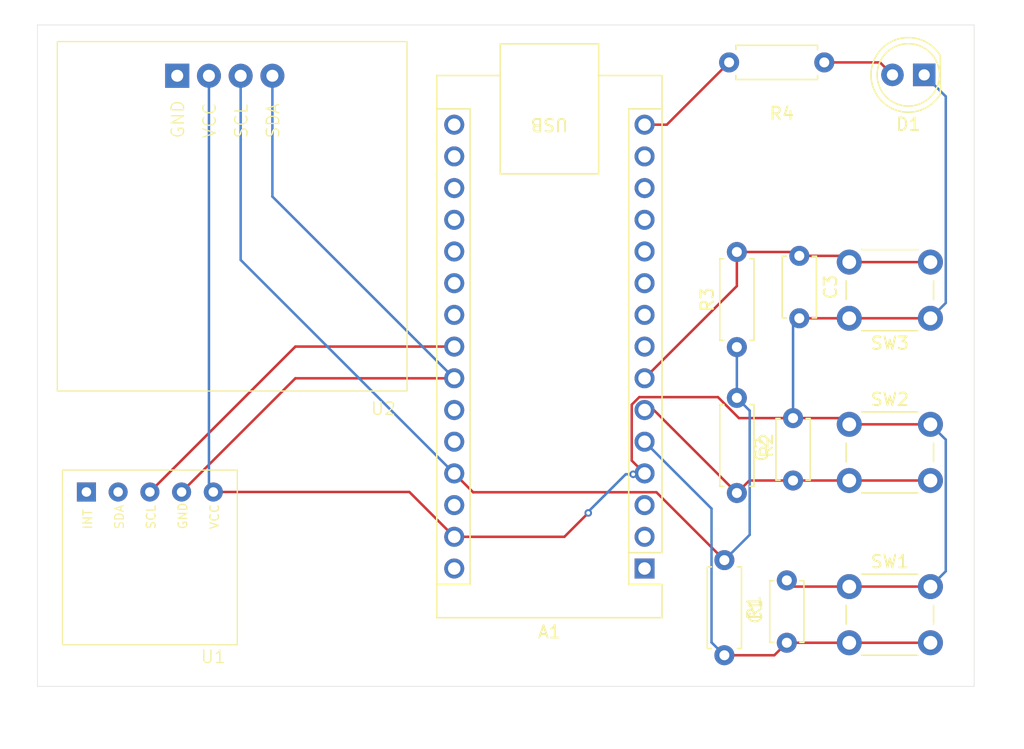
<source format=kicad_pcb>
(kicad_pcb (version 20241229) (generator "pcbnew") (generator_version "9.0")
  (layers (0 "F.Cu" signal "Front") (4 "In1.Cu" signal) (6 "In2.Cu" signal) (2 "B.Cu" signal "Back") (13 "F.Paste" user) (15 "B.Paste" user) (5 "F.SilkS" user) (7 "B.SilkS" user) (1 "F.Mask" user) (3 "B.Mask" user) (25 "Edge.Cuts" user))
  (net 0 "")
  (net 2 "Net-(A1-D12)")
  (net 4 "Net-(A1-A4)")
  (net 5 "Net-(A1-D4)")
  (net 11 "Net-(A1-D2)")
  (net 15 "GND")
  (net 20 "Net-(A1-A5)")
  (net 23 "+5V")
  (net 29 "Net-(A1-D3)")
  (net 30 "Net-(D1-A)")
  (footprint "Button_Switch_THT:SW_PUSH_6mm" (layer "F.Cu") (at 163.1 96.7 180)
    (property "Reference" "SW3" (at 3.25 -2 0) (layer "F.SilkS"))
    (property "Value" "SW_Push")
    (fp_line (start 6.75 3) (end 6.75 1.5) (stroke (width 0.12)) (layer "F.SilkS"))
    (fp_line (start 5.5 -1) (end 1 -1) (stroke (width 0.12)) (layer "F.SilkS"))
    (fp_line (start 1 5.5) (end 5.5 5.5) (stroke (width 0.12)) (layer "F.SilkS"))
    (fp_line (start -0.25 1.5) (end -0.25 3) (stroke (width 0.12)) (layer "F.SilkS"))
    (pad "1" thru_hole circle (at 0 0 270) (size 2 2) (drill 1.1) (layers "*.Cu" "*.Mask") (net 15 "GND"))
    (pad "1" thru_hole circle (at 6.5 0 270) (size 2 2) (drill 1.1) (layers "*.Cu" "*.Mask") (net 15 "GND"))
    (pad "2" thru_hole circle (at 0 4.5 270) (size 2 2) (drill 1.1) (layers "*.Cu" "*.Mask") (net 5 "Net-(A1-D4)"))
    (pad "2" thru_hole circle (at 6.5 4.5 270) (size 2 2) (drill 1.1) (layers "*.Cu" "*.Mask") (net 5 "Net-(A1-D4)"))
  )
  (footprint "Capacitor_THT:C_Disc_D4.7mm_W2.5mm_P5.00mm" (layer "F.Cu") (at 151.6 122.7 90)
    (property "Reference" "C1" (at 2.5 -2.5 90) (layer "F.SilkS"))
    (property "Value" "100n")
    (fp_line (start 4.97 -1.37) (end 4.97 -1.04) (stroke (width 0.12)) (layer "F.SilkS"))
    (fp_line (start 0.03 -1.37) (end 4.97 -1.37) (stroke (width 0.12)) (layer "F.SilkS"))
    (fp_line (start 0.03 -1.04) (end 0.03 -1.37) (stroke (width 0.12)) (layer "F.SilkS"))
    (fp_line (start 4.97 1.04) (end 4.97 1.37) (stroke (width 0.12)) (layer "F.SilkS"))
    (fp_line (start 4.97 1.37) (end 0.03 1.37) (stroke (width 0.12)) (layer "F.SilkS"))
    (fp_line (start 0.03 1.37) (end 0.03 1.04) (stroke (width 0.12)) (layer "F.SilkS"))
    (pad "1" thru_hole circle (at 0 0 90) (size 1.6 1.6) (drill 0.8) (layers "*.Cu" "*.Mask") (net 11 "Net-(A1-D2)"))
    (pad "2" thru_hole circle (at 5 0 90) (size 1.6 1.6) (drill 0.8) (layers "*.Cu" "*.Mask") (net 15 "GND"))
  )
  (footprint "Resistor_THT:R_Axial_DIN0207_L6.3mm_D2.5mm_P7.62mm_Horizontal" (layer "F.Cu") (at 147.6 99.01 90)
    (property "Reference" "R3" (at 3.81 -2.37 90) (layer "F.SilkS"))
    (property "Value" "1k")
    (fp_line (start 7.08 -1.37) (end 7.08 -1.04) (stroke (width 0.12)) (layer "F.SilkS"))
    (fp_line (start 0.54 -1.37) (end 7.08 -1.37) (stroke (width 0.12)) (layer "F.SilkS"))
    (fp_line (start 0.54 -1.04) (end 0.54 -1.37) (stroke (width 0.12)) (layer "F.SilkS"))
    (fp_line (start 0.54 1.04) (end 0.54 1.37) (stroke (width 0.12)) (layer "F.SilkS"))
    (fp_line (start 7.08 1.37) (end 7.08 1.04) (stroke (width 0.12)) (layer "F.SilkS"))
    (fp_line (start 0.54 1.37) (end 7.08 1.37) (stroke (width 0.12)) (layer "F.SilkS"))
    (pad "1" thru_hole circle (at 0 0 90) (size 1.6 1.6) (drill 0.8) (layers "*.Cu" "*.Mask") (net 23 "+5V"))
    (pad "2" thru_hole circle (at 7.62 0 90) (size 1.6 1.6) (drill 0.8) (layers "*.Cu" "*.Mask") (net 5 "Net-(A1-D4)"))
  )
  (footprint "Capacitor_THT:C_Disc_D4.7mm_W2.5mm_P5.00mm" (layer "F.Cu") (at 152.1 109.7 90)
    (property "Reference" "C2" (at 2.5 -2.5 90) (layer "F.SilkS"))
    (property "Value" "100n")
    (fp_line (start 4.97 -1.37) (end 4.97 -1.04) (stroke (width 0.12)) (layer "F.SilkS"))
    (fp_line (start 0.03 -1.37) (end 4.97 -1.37) (stroke (width 0.12)) (layer "F.SilkS"))
    (fp_line (start 0.03 -1.04) (end 0.03 -1.37) (stroke (width 0.12)) (layer "F.SilkS"))
    (fp_line (start 4.97 1.04) (end 4.97 1.37) (stroke (width 0.12)) (layer "F.SilkS"))
    (fp_line (start 4.97 1.37) (end 0.03 1.37) (stroke (width 0.12)) (layer "F.SilkS"))
    (fp_line (start 0.03 1.37) (end 0.03 1.04) (stroke (width 0.12)) (layer "F.SilkS"))
    (pad "1" thru_hole circle (at 0 0 90) (size 1.6 1.6) (drill 0.8) (layers "*.Cu" "*.Mask") (net 29 "Net-(A1-D3)"))
    (pad "2" thru_hole circle (at 5 0 90) (size 1.6 1.6) (drill 0.8) (layers "*.Cu" "*.Mask") (net 15 "GND"))
  )
  (footprint "Resistor_THT:R_Axial_DIN0207_L6.3mm_D2.5mm_P7.62mm_Horizontal" (layer "F.Cu") (at 146.98 76.2)
    (property "Reference" "R4" (at 4.22 4.1 0) (layer "F.SilkS"))
    (property "Value" "1k")
    (fp_line (start 0.54 -1.37) (end 7.08 -1.37) (stroke (width 0.12)) (layer "F.SilkS"))
    (fp_line (start 0.54 -1.04) (end 0.54 -1.37) (stroke (width 0.12)) (layer "F.SilkS"))
    (fp_line (start 0.54 1.04) (end 0.54 1.37) (stroke (width 0.12)) (layer "F.SilkS"))
    (fp_line (start 0.54 1.37) (end 7.08 1.37) (stroke (width 0.12)) (layer "F.SilkS"))
    (fp_line (start 7.08 -1.37) (end 7.08 -1.04) (stroke (width 0.12)) (layer "F.SilkS"))
    (fp_line (start 7.08 1.37) (end 7.08 1.04) (stroke (width 0.12)) (layer "F.SilkS"))
    (pad "1" thru_hole circle (at 0 0) (size 1.6 1.6) (drill 0.8) (layers "*.Cu" "*.Mask") (net 2 "Net-(A1-D12)"))
    (pad "2" thru_hole circle (at 7.62 0) (size 1.6 1.6) (drill 0.8) (layers "*.Cu" "*.Mask") (net 30 "Net-(D1-A)"))
  )
  (footprint "Button_Switch_THT:SW_PUSH_6mm" (layer "F.Cu") (at 156.6 118.2)
    (property "Reference" "SW1" (at 3.25 -2 0) (layer "F.SilkS"))
    (property "Value" "SW_Push")
    (fp_line (start -0.25 1.5) (end -0.25 3) (stroke (width 0.12)) (layer "F.SilkS"))
    (fp_line (start 1 5.5) (end 5.5 5.5) (stroke (width 0.12)) (layer "F.SilkS"))
    (fp_line (start 5.5 -1) (end 1 -1) (stroke (width 0.12)) (layer "F.SilkS"))
    (fp_line (start 6.75 3) (end 6.75 1.5) (stroke (width 0.12)) (layer "F.SilkS"))
    (pad "1" thru_hole circle (at 0 0 90) (size 2 2) (drill 1.1) (layers "*.Cu" "*.Mask") (net 15 "GND"))
    (pad "1" thru_hole circle (at 6.5 0 90) (size 2 2) (drill 1.1) (layers "*.Cu" "*.Mask") (net 15 "GND"))
    (pad "2" thru_hole circle (at 0 4.5 90) (size 2 2) (drill 1.1) (layers "*.Cu" "*.Mask") (net 11 "Net-(A1-D2)"))
    (pad "2" thru_hole circle (at 6.5 4.5 90) (size 2 2) (drill 1.1) (layers "*.Cu" "*.Mask") (net 11 "Net-(A1-D2)"))
  )
  (footprint "spo2_stuff:MAX3012-MOD" (layer "F.Cu") (at 100.6 115.7)
    (property "Reference" "U1" (at 5.08 8.128 0) (layer "F.SilkS") (effects (font (thickness 0.1))))
    (property "Value" "MAX3012")
    (fp_line (start -7 -6.837202) (end 7 -6.837202) (stroke (width 0.1)) (layer "F.SilkS"))
    (fp_line (start -7 7.162798) (end -7 -6.837202) (stroke (width 0.1)) (layer "F.SilkS"))
    (fp_line (start 7 -6.837202) (end 7 7.162798) (stroke (width 0.1)) (layer "F.SilkS"))
    (fp_line (start 7 7.162798) (end -7 7.162798) (stroke (width 0.1)) (layer "F.SilkS"))
    (fp_text user "INT" (at -4.572 -2.032 90) (layer "F.SilkS") (effects (font (size 0.7 0.7) (thickness 0.1)) (justify left bottom)))
    (fp_text user "SDA" (at -2.032 -2.032 90) (layer "F.SilkS") (effects (font (size 0.7 0.7) (thickness 0.0875)) (justify left bottom)))
    (fp_text user "VCC" (at 5.588 -2.032 90) (layer "F.SilkS") (effects (font (size 0.7 0.7) (thickness 0.1)) (justify left bottom)))
    (fp_text user "GND" (at 3.048 -2.032 90) (layer "F.SilkS") (effects (font (size 0.7 0.7) (thickness 0.1)) (justify left bottom)))
    (fp_text user "SCL" (at 0.508 -2.032 90) (layer "F.SilkS") (effects (font (size 0.7 0.7) (thickness 0.1)) (justify left bottom)))
    (pad "0" thru_hole rect (at -5.08 -5.08) (size 1.524 1.524) (drill 0.762) (layers "*.Cu" "*.Mask"))
    (pad "1" thru_hole circle (at -2.54 -5.08) (size 1.524 1.524) (drill 0.762) (layers "*.Cu" "*.Mask"))
    (pad "2" thru_hole circle (at 0 -5.08) (size 1.524 1.524) (drill 0.762) (layers "*.Cu" "*.Mask") (net 4 "Net-(A1-A4)"))
    (pad "3" thru_hole circle (at 2.54 -5.08) (size 1.524 1.524) (drill 0.762) (layers "*.Cu" "*.Mask") (net 20 "Net-(A1-A5)"))
    (pad "4" thru_hole circle (at 5.08 -5.08) (size 1.524 1.524) (drill 0.762) (layers "*.Cu" "*.Mask") (net 15 "GND"))
  )
  (footprint "Resistor_THT:R_Axial_DIN0207_L6.3mm_D2.5mm_P7.62mm_Horizontal" (layer "F.Cu") (at 147.6 103.08 -90)
    (property "Reference" "R2" (at 3.81 -2.37 90) (layer "F.SilkS"))
    (property "Value" "1k")
    (fp_line (start 0.54 1.37) (end 7.08 1.37) (stroke (width 0.12)) (layer "F.SilkS"))
    (fp_line (start 7.08 1.37) (end 7.08 1.04) (stroke (width 0.12)) (layer "F.SilkS"))
    (fp_line (start 0.54 1.04) (end 0.54 1.37) (stroke (width 0.12)) (layer "F.SilkS"))
    (fp_line (start 0.54 -1.04) (end 0.54 -1.37) (stroke (width 0.12)) (layer "F.SilkS"))
    (fp_line (start 0.54 -1.37) (end 7.08 -1.37) (stroke (width 0.12)) (layer "F.SilkS"))
    (fp_line (start 7.08 -1.37) (end 7.08 -1.04) (stroke (width 0.12)) (layer "F.SilkS"))
    (pad "1" thru_hole circle (at 0 0 270) (size 1.6 1.6) (drill 0.8) (layers "*.Cu" "*.Mask") (net 23 "+5V"))
    (pad "2" thru_hole circle (at 7.62 0 270) (size 1.6 1.6) (drill 0.8) (layers "*.Cu" "*.Mask") (net 29 "Net-(A1-D3)"))
  )
  (footprint "Module:Arduino_Nano" (layer "F.Cu") (at 140.21 116.75 180)
    (property "Reference" "A1" (at 7.62 -5.08 0) (layer "F.SilkS"))
    (property "Value" "Arduino_Nano_v3.x")
    (fp_line (start 16.64 39.5) (end 16.64 -3.94) (stroke (width 0.12)) (layer "F.SilkS"))
    (fp_line (start 16.64 39.5) (end 11.56 39.5) (stroke (width 0.12)) (layer "F.SilkS"))
    (fp_line (start 16.64 -3.94) (end -1.4 -3.94) (stroke (width 0.12)) (layer "F.SilkS"))
    (fp_line (start 13.97 36.83) (end 16.64 36.83) (stroke (width 0.12)) (layer "F.SilkS"))
    (fp_line (start 13.97 -1.27) (end 16.64 -1.27) (stroke (width 0.12)) (layer "F.SilkS"))
    (fp_line (start 13.97 -1.27) (end 13.97 36.83) (stroke (width 0.12)) (layer "F.SilkS"))
    (fp_line (start 11.56 42.04) (end 3.68 42.04) (stroke (width 0.12)) (layer "F.SilkS"))
    (fp_line (start 11.56 31.62) (end 11.56 42.04) (stroke (width 0.12)) (layer "F.SilkS"))
    (fp_line (start 3.68 42.04) (end 3.68 31.62) (stroke (width 0.12)) (layer "F.SilkS"))
    (fp_line (start 3.68 31.62) (end 11.56 31.62) (stroke (width 0.12)) (layer "F.SilkS"))
    (fp_line (start 1.27 36.83) (end -1.4 36.83) (stroke (width 0.12)) (layer "F.SilkS"))
    (fp_line (start 1.27 1.27) (end 1.27 36.83) (stroke (width 0.12)) (layer "F.SilkS"))
    (fp_line (start 1.27 1.27) (end 1.27 -1.27) (stroke (width 0.12)) (layer "F.SilkS"))
    (fp_line (start 1.27 1.27) (end -1.4 1.27) (stroke (width 0.12)) (layer "F.SilkS"))
    (fp_line (start 1.27 -1.27) (end -1.4 -1.27) (stroke (width 0.12)) (layer "F.SilkS"))
    (fp_line (start -1.4 39.5) (end 3.68 39.5) (stroke (width 0.12)) (layer "F.SilkS"))
    (fp_line (start -1.4 1.27) (end -1.4 39.5) (stroke (width 0.12)) (layer "F.SilkS"))
    (fp_line (start -1.4 -3.94) (end -1.4 -1.27) (stroke (width 0.12)) (layer "F.SilkS"))
    (fp_text user "USB" (at 7.62 35.56 180) (layer "F.SilkS"))
    (pad "1" thru_hole rect (at 0 0 180) (size 1.6 1.6) (drill 1) (layers "*.Cu" "*.Mask"))
    (pad "2" thru_hole oval (at 0 2.54 180) (size 1.6 1.6) (drill 1) (layers "*.Cu" "*.Mask"))
    (pad "3" thru_hole oval (at 0 5.08 180) (size 1.6 1.6) (drill 1) (layers "*.Cu" "*.Mask"))
    (pad "4" thru_hole oval (at 0 7.62 180) (size 1.6 1.6) (drill 1) (layers "*.Cu" "*.Mask") (net 15 "GND"))
    (pad "5" thru_hole oval (at 0 10.16 180) (size 1.6 1.6) (drill 1) (layers "*.Cu" "*.Mask") (net 11 "Net-(A1-D2)"))
    (pad "6" thru_hole oval (at 0 12.7 180) (size 1.6 1.6) (drill 1) (layers "*.Cu" "*.Mask") (net 29 "Net-(A1-D3)"))
    (pad "7" thru_hole oval (at 0 15.24 180) (size 1.6 1.6) (drill 1) (layers "*.Cu" "*.Mask") (net 5 "Net-(A1-D4)"))
    (pad "8" thru_hole oval (at 0 17.78 180) (size 1.6 1.6) (drill 1) (layers "*.Cu" "*.Mask"))
    (pad "9" thru_hole oval (at 0 20.32 180) (size 1.6 1.6) (drill 1) (layers "*.Cu" "*.Mask"))
    (pad "10" thru_hole oval (at 0 22.86 180) (size 1.6 1.6) (drill 1) (layers "*.Cu" "*.Mask"))
    (pad "11" thru_hole oval (at 0 25.4 180) (size 1.6 1.6) (drill 1) (layers "*.Cu" "*.Mask"))
    (pad "12" thru_hole oval (at 0 27.94 180) (size 1.6 1.6) (drill 1) (layers "*.Cu" "*.Mask"))
    (pad "13" thru_hole oval (at 0 30.48 180) (size 1.6 1.6) (drill 1) (layers "*.Cu" "*.Mask"))
    (pad "14" thru_hole oval (at 0 33.02 180) (size 1.6 1.6) (drill 1) (layers "*.Cu" "*.Mask"))
    (pad "15" thru_hole oval (at 0 35.56 180) (size 1.6 1.6) (drill 1) (layers "*.Cu" "*.Mask") (net 2 "Net-(A1-D12)"))
    (pad "16" thru_hole oval (at 15.24 35.56 180) (size 1.6 1.6) (drill 1) (layers "*.Cu" "*.Mask"))
    (pad "17" thru_hole oval (at 15.24 33.02 180) (size 1.6 1.6) (drill 1) (layers "*.Cu" "*.Mask"))
    (pad "18" thru_hole oval (at 15.24 30.48 180) (size 1.6 1.6) (drill 1) (layers "*.Cu" "*.Mask"))
    (pad "19" thru_hole oval (at 15.24 27.94 180) (size 1.6 1.6) (drill 1) (layers "*.Cu" "*.Mask"))
    (pad "20" thru_hole oval (at 15.24 25.4 180) (size 1.6 1.6) (drill 1) (layers "*.Cu" "*.Mask"))
    (pad "21" thru_hole oval (at 15.24 22.86 180) (size 1.6 1.6) (drill 1) (layers "*.Cu" "*.Mask"))
    (pad "22" thru_hole oval (at 15.24 20.32 180) (size 1.6 1.6) (drill 1) (layers "*.Cu" "*.Mask"))
    (pad "23" thru_hole oval (at 15.24 17.78 180) (size 1.6 1.6) (drill 1) (layers "*.Cu" "*.Mask") (net 4 "Net-(A1-A4)"))
    (pad "24" thru_hole oval (at 15.24 15.24 180) (size 1.6 1.6) (drill 1) (layers "*.Cu" "*.Mask") (net 20 "Net-(A1-A5)"))
    (pad "25" thru_hole oval (at 15.24 12.7 180) (size 1.6 1.6) (drill 1) (layers "*.Cu" "*.Mask"))
    (pad "26" thru_hole oval (at 15.24 10.16 180) (size 1.6 1.6) (drill 1) (layers "*.Cu" "*.Mask"))
    (pad "27" thru_hole oval (at 15.24 7.62 180) (size 1.6 1.6) (drill 1) (layers "*.Cu" "*.Mask") (net 23 "+5V"))
    (pad "28" thru_hole oval (at 15.24 5.08 180) (size 1.6 1.6) (drill 1) (layers "*.Cu" "*.Mask"))
    (pad "29" thru_hole oval (at 15.24 2.54 180) (size 1.6 1.6) (drill 1) (layers "*.Cu" "*.Mask") (net 15 "GND"))
    (pad "30" thru_hole oval (at 15.24 0 180) (size 1.6 1.6) (drill 1) (layers "*.Cu" "*.Mask"))
  )
  (footprint "LED_THT:LED_D5.0mm" (layer "F.Cu") (at 162.6 77.2 180)
    (property "Reference" "D1" (at 1.27 -3.96 0) (layer "F.SilkS"))
    (property "Value" "LED")
    (fp_line (start -1.29 -1.545) (end -1.29 1.545) (stroke (width 0.12)) (layer "F.SilkS"))
    (fp_arc (start 4.26 0) (mid 2.071779 2.880495) (end -1.29 1.54483) (stroke (width 0.12)) (layer "F.SilkS"))
    (fp_arc (start -1.29 -1.54483) (mid 2.071779 -2.880495) (end 4.26 0) (stroke (width 0.12)) (layer "F.SilkS"))
    (fp_circle (center 1.27 0) (end 3.77 0) (stroke (width 0.12)) (fill no) (layer "F.SilkS"))
    (pad "1" thru_hole rect (at 0 0 180) (size 1.8 1.8) (drill 0.9) (layers "*.Cu" "*.Mask") (net 15 "GND"))
    (pad "2" thru_hole circle (at 2.54 0 180) (size 1.8 1.8) (drill 0.9) (layers "*.Cu" "*.Mask") (net 30 "Net-(D1-A)"))
  )
  (footprint "Resistor_THT:R_Axial_DIN0207_L6.3mm_D2.5mm_P7.62mm_Horizontal" (layer "F.Cu") (at 146.6 116.08 -90)
    (property "Reference" "R1" (at 3.81 -2.37 90) (layer "F.SilkS"))
    (property "Value" "1k")
    (fp_line (start 0.54 1.37) (end 7.08 1.37) (stroke (width 0.12)) (layer "F.SilkS"))
    (fp_line (start 7.08 1.37) (end 7.08 1.04) (stroke (width 0.12)) (layer "F.SilkS"))
    (fp_line (start 0.54 1.04) (end 0.54 1.37) (stroke (width 0.12)) (layer "F.SilkS"))
    (fp_line (start 0.54 -1.04) (end 0.54 -1.37) (stroke (width 0.12)) (layer "F.SilkS"))
    (fp_line (start 0.54 -1.37) (end 7.08 -1.37) (stroke (width 0.12)) (layer "F.SilkS"))
    (fp_line (start 7.08 -1.37) (end 7.08 -1.04) (stroke (width 0.12)) (layer "F.SilkS"))
    (pad "1" thru_hole circle (at 0 0 270) (size 1.6 1.6) (drill 0.8) (layers "*.Cu" "*.Mask") (net 23 "+5V"))
    (pad "2" thru_hole circle (at 7.62 0 270) (size 1.6 1.6) (drill 0.8) (layers "*.Cu" "*.Mask") (net 11 "Net-(A1-D2)"))
  )
  (footprint "spo2_stuff:SSD1306" (layer "F.Cu") (at 106.6 88.7)
    (property "Reference" "U2" (at 12.7 15.24 0) (layer "F.SilkS") (effects (font (thickness 0.1))))
    (property "Value" "SSD1306")
    (fp_line (start -13.41 -14.17) (end 14.59 -14.17) (stroke (width 0.1)) (layer "F.SilkS"))
    (fp_line (start -13.41 13.83) (end -13.41 -14.17) (stroke (width 0.1)) (layer "F.SilkS"))
    (fp_line (start 14.59 -14.17) (end 14.59 13.83) (stroke (width 0.1)) (layer "F.SilkS"))
    (fp_line (start 14.59 13.83) (end -13.41 13.83) (stroke (width 0.1)) (layer "F.SilkS"))
    (fp_text user "GND" (at -3.175 -6.35 90) (layer "F.SilkS") (effects (font (thickness 0.1)) (justify left bottom)))
    (fp_text user "VCC" (at -0.635 -6.35 90) (layer "F.SilkS") (effects (font (thickness 0.1)) (justify left bottom)))
    (fp_text user "SDA" (at 4.445 -6.35 90) (layer "F.SilkS") (effects (font (thickness 0.1)) (justify left bottom)))
    (fp_text user "SCL" (at 1.905 -6.35 90) (layer "F.SilkS") (effects (font (thickness 0.1)) (justify left bottom)))
    (pad "0" thru_hole rect (at -3.81 -11.43) (size 1.924 1.924) (drill 0.962) (layers "*.Cu" "*.Mask"))
    (pad "1" thru_hole circle (at -1.27 -11.43) (size 1.924 1.924) (drill 0.962) (layers "*.Cu" "*.Mask") (net 15 "GND"))
    (pad "2" thru_hole circle (at 1.27 -11.43) (size 1.924 1.924) (drill 0.962) (layers "*.Cu" "*.Mask") (net 23 "+5V"))
    (pad "3" thru_hole circle (at 3.81 -11.43) (size 1.924 1.924) (drill 0.962) (layers "*.Cu" "*.Mask") (net 20 "Net-(A1-A5)"))
  )
  (footprint "Button_Switch_THT:SW_PUSH_6mm" (layer "F.Cu") (at 156.6 105.2)
    (property "Reference" "SW2" (at 3.25 -2 0) (layer "F.SilkS"))
    (property "Value" "SW_Push")
    (fp_line (start -0.25 1.5) (end -0.25 3) (stroke (width 0.12)) (layer "F.SilkS"))
    (fp_line (start 1 5.5) (end 5.5 5.5) (stroke (width 0.12)) (layer "F.SilkS"))
    (fp_line (start 5.5 -1) (end 1 -1) (stroke (width 0.12)) (layer "F.SilkS"))
    (fp_line (start 6.75 3) (end 6.75 1.5) (stroke (width 0.12)) (layer "F.SilkS"))
    (pad "1" thru_hole circle (at 0 0 90) (size 2 2) (drill 1.1) (layers "*.Cu" "*.Mask") (net 15 "GND"))
    (pad "1" thru_hole circle (at 6.5 0 90) (size 2 2) (drill 1.1) (layers "*.Cu" "*.Mask") (net 15 "GND"))
    (pad "2" thru_hole circle (at 0 4.5 90) (size 2 2) (drill 1.1) (layers "*.Cu" "*.Mask") (net 29 "Net-(A1-D3)"))
    (pad "2" thru_hole circle (at 6.5 4.5 90) (size 2 2) (drill 1.1) (layers "*.Cu" "*.Mask") (net 29 "Net-(A1-D3)"))
  )
  (footprint "Capacitor_THT:C_Disc_D4.7mm_W2.5mm_P5.00mm" (layer "F.Cu") (at 152.6 91.7 -90)
    (property "Reference" "C3" (at 2.5 -2.5 90) (layer "F.SilkS"))
    (property "Value" "100n")
    (fp_line (start 0.03 1.37) (end 0.03 1.04) (stroke (width 0.12)) (layer "F.SilkS"))
    (fp_line (start 4.97 1.37) (end 0.03 1.37) (stroke (width 0.12)) (layer "F.SilkS"))
    (fp_line (start 4.97 1.04) (end 4.97 1.37) (stroke (width 0.12)) (layer "F.SilkS"))
    (fp_line (start 0.03 -1.04) (end 0.03 -1.37) (stroke (width 0.12)) (layer "F.SilkS"))
    (fp_line (start 0.03 -1.37) (end 4.97 -1.37) (stroke (width 0.12)) (layer "F.SilkS"))
    (fp_line (start 4.97 -1.37) (end 4.97 -1.04) (stroke (width 0.12)) (layer "F.SilkS"))
    (pad "1" thru_hole circle (at 0 0 270) (size 1.6 1.6) (drill 0.8) (layers "*.Cu" "*.Mask") (net 5 "Net-(A1-D4)"))
    (pad "2" thru_hole circle (at 5 0 270) (size 1.6 1.6) (drill 0.8) (layers "*.Cu" "*.Mask") (net 15 "GND"))
  )
  (gr_line (start 91.6 73.2) (end 91.6 126.2) (stroke (width 0.0381)) (layer "Edge.Cuts"))
  (gr_line (start 91.6 126.2) (end 166.6 126.2) (stroke (width 0.0381)) (layer "Edge.Cuts"))
  (gr_line (start 166.6 73.2) (end 166.6 126.2) (stroke (width 0.0381)) (layer "Edge.Cuts"))
  (gr_line (start 91.6 73.2) (end 166.6 73.2) (stroke (width 0.0381)) (layer "Edge.Cuts"))
  (segment (start 140.21 81.19) (end 141.99 81.19) (width 0.2) (layer "F.Cu") (net 2))
  (segment (start 141.99 81.19) (end 146.98 76.2) (width 0.2) (layer "F.Cu") (net 2))
  (segment (start 100.6 110.62) (end 112.25 98.97) (width 0.2) (layer "F.Cu") (net 4))
  (segment (start 112.25 98.97) (end 124.97 98.97) (width 0.2) (layer "F.Cu") (net 4))
  (segment (start 156.1 91.7) (end 156.6 92.2) (width 0.2) (layer "F.Cu") (net 5))
  (segment (start 147.6 91.39) (end 152.29 91.39) (width 0.2) (layer "F.Cu") (net 5))
  (segment (start 156.6 92.2) (end 163.1 92.2) (width 0.2) (layer "F.Cu") (net 5))
  (segment (start 152.6 91.7) (end 156.1 91.7) (width 0.2) (layer "F.Cu") (net 5))
  (segment (start 147.6 94.12) (end 147.6 91.39) (width 0.2) (layer "F.Cu") (net 5))
  (segment (start 152.29 91.39) (end 152.6 91.7) (width 0.2) (layer "F.Cu") (net 5))
  (segment (start 140.21 101.51) (end 147.6 94.12) (width 0.2) (layer "F.Cu") (net 5))
  (segment (start 146.6 123.7) (end 150.6 123.7) (width 0.2) (layer "F.Cu") (net 11))
  (segment (start 151.6 122.7) (end 156.6 122.7) (width 0.2) (layer "F.Cu") (net 11))
  (segment (start 150.6 123.7) (end 151.6 122.7) (width 0.2) (layer "F.Cu") (net 11))
  (segment (start 156.6 122.7) (end 163.1 122.7) (width 0.2) (layer "F.Cu") (net 11))
  (segment (start 145.572 111.952) (end 140.21 106.59) (width 0.2) (layer "B.Cu") (net 11))
  (segment (start 145.572 122.672) (end 145.572 111.952) (width 0.2) (layer "B.Cu") (net 11))
  (segment (start 146.6 123.7) (end 145.572 122.672) (width 0.2) (layer "B.Cu") (net 11))
  (segment (start 163.1 118.2) (end 156.6 118.2) (width 0.2) (layer "F.Cu") (net 15))
  (segment (start 147.766188 104.7) (end 152.1 104.7) (width 0.2) (layer "F.Cu") (net 15))
  (segment (start 152.1 104.7) (end 156.1 104.7) (width 0.2) (layer "F.Cu") (net 15))
  (segment (start 156.6 118.2) (end 152.1 118.2) (width 0.2) (layer "F.Cu") (net 15))
  (segment (start 152.6 96.7) (end 156.6 96.7) (width 0.2) (layer "F.Cu") (net 15))
  (segment (start 146.088188 103.022) (end 147.766188 104.7) (width 0.2) (layer "F.Cu") (net 15))
  (segment (start 139.784188 103.022) (end 146.088188 103.022) (width 0.2) (layer "F.Cu") (net 15))
  (segment (start 139.182 108.102) (end 139.182 103.624188) (width 0.2) (layer "F.Cu") (net 15))
  (segment (start 133.79 114.21) (end 135.7 112.3) (width 0.2) (layer "F.Cu") (net 15))
  (segment (start 152.1 118.2) (end 151.6 117.7) (width 0.2) (layer "F.Cu") (net 15))
  (segment (start 156.1 104.7) (end 156.6 105.2) (width 0.2) (layer "F.Cu") (net 15))
  (segment (start 140.21 109.13) (end 139.182 108.102) (width 0.2) (layer "F.Cu") (net 15))
  (segment (start 156.6 96.7) (end 163.1 96.7) (width 0.2) (layer "F.Cu") (net 15))
  (segment (start 105.68 110.62) (end 121.38 110.62) (width 0.2) (layer "F.Cu") (net 15))
  (segment (start 139.182 103.624188) (end 139.784188 103.022) (width 0.2) (layer "F.Cu") (net 15))
  (segment (start 124.97 114.21) (end 133.79 114.21) (width 0.2) (layer "F.Cu") (net 15))
  (segment (start 121.38 110.62) (end 124.97 114.21) (width 0.2) (layer "F.Cu") (net 15))
  (segment (start 156.6 105.2) (end 163.1 105.2) (width 0.2) (layer "F.Cu") (net 15))
  (via (at 139.3 109.2) (size 0.6) (drill 0.3) (layers "F.Cu" "B.Cu") (net 15))
  (via (at 135.7 112.3) (size 0.6) (drill 0.3) (layers "F.Cu" "B.Cu") (net 15))
  (segment (start 163.1 105.2) (end 164.328 106.428) (width 0.2) (layer "B.Cu") (net 15))
  (segment (start 164.328 78.928) (end 162.6 77.2) (width 0.2) (layer "B.Cu") (net 15))
  (segment (start 105.33 77.27) (end 105.33 110.27) (width 0.2) (layer "B.Cu") (net 15))
  (segment (start 164.328 116.972) (end 163.1 118.2) (width 0.2) (layer "B.Cu") (net 15))
  (segment (start 164.328 106.428) (end 164.328 116.972) (width 0.2) (layer "B.Cu") (net 15))
  (segment (start 105.33 110.27) (end 105.68 110.62) (width 0.2) (layer "B.Cu") (net 15))
  (segment (start 138.7 109.2) (end 139.3 109.2) (width 0.2) (layer "B.Cu") (net 15))
  (segment (start 152.1 97.2) (end 152.6 96.7) (width 0.2) (layer "B.Cu") (net 15))
  (segment (start 163.1 96.7) (end 164.328 95.472) (width 0.2) (layer "B.Cu") (net 15))
  (segment (start 135.7 112.2) (end 138.7 109.2) (width 0.2) (layer "B.Cu") (net 15))
  (segment (start 164.328 95.472) (end 164.328 78.928) (width 0.2) (layer "B.Cu") (net 15))
  (segment (start 152.1 104.7) (end 152.1 97.2) (width 0.2) (layer "B.Cu") (net 15))
  (segment (start 135.7 112.3) (end 135.7 112.2) (width 0.2) (layer "B.Cu") (net 15))
  (segment (start 112.25 101.51) (end 124.97 101.51) (width 0.2) (layer "F.Cu") (net 20))
  (segment (start 103.14 110.62) (end 112.25 101.51) (width 0.2) (layer "F.Cu") (net 20))
  (segment (start 110.41 86.95) (end 124.97 101.51) (width 0.2) (layer "B.Cu") (net 20))
  (segment (start 110.41 77.27) (end 110.41 86.95) (width 0.2) (layer "B.Cu") (net 20))
  (segment (start 141.162 110.642) (end 126.482 110.642) (width 0.2) (layer "F.Cu") (net 23))
  (segment (start 126.482 110.642) (end 124.97 109.13) (width 0.2) (layer "F.Cu") (net 23))
  (segment (start 146.6 116.08) (end 141.162 110.642) (width 0.2) (layer "F.Cu") (net 23))
  (segment (start 148.628 114.052) (end 146.6 116.08) (width 0.2) (layer "B.Cu") (net 23))
  (segment (start 107.87 77.27) (end 107.87 92.03) (width 0.2) (layer "B.Cu") (net 23))
  (segment (start 147.6 103.08) (end 148.628 104.108) (width 0.2) (layer "B.Cu") (net 23))
  (segment (start 147.6 99.01) (end 147.6 103.08) (width 0.2) (layer "B.Cu") (net 23))
  (segment (start 107.87 92.03) (end 124.97 109.13) (width 0.2) (layer "B.Cu") (net 23))
  (segment (start 148.628 104.108) (end 148.628 114.052) (width 0.2) (layer "B.Cu") (net 23))
  (segment (start 163.1 109.7) (end 156.6 109.7) (width 0.2) (layer "F.Cu") (net 29))
  (segment (start 156.6 109.7) (end 152.1 109.7) (width 0.2) (layer "F.Cu") (net 29))
  (segment (start 147.6 110.7) (end 140.95 104.05) (width 0.2) (layer "F.Cu") (net 29))
  (segment (start 152.1 109.7) (end 148.6 109.7) (width 0.2) (layer "F.Cu") (net 29))
  (segment (start 140.95 104.05) (end 140.21 104.05) (width 0.2) (layer "F.Cu") (net 29))
  (segment (start 148.6 109.7) (end 147.6 110.7) (width 0.2) (layer "F.Cu") (net 29))
  (segment (start 154.6 76.2) (end 159.06 76.2) (width 0.2) (layer "F.Cu") (net 30))
  (segment (start 159.06 76.2) (end 160.06 77.2) (width 0.2) (layer "F.Cu") (net 30))
)
</source>
